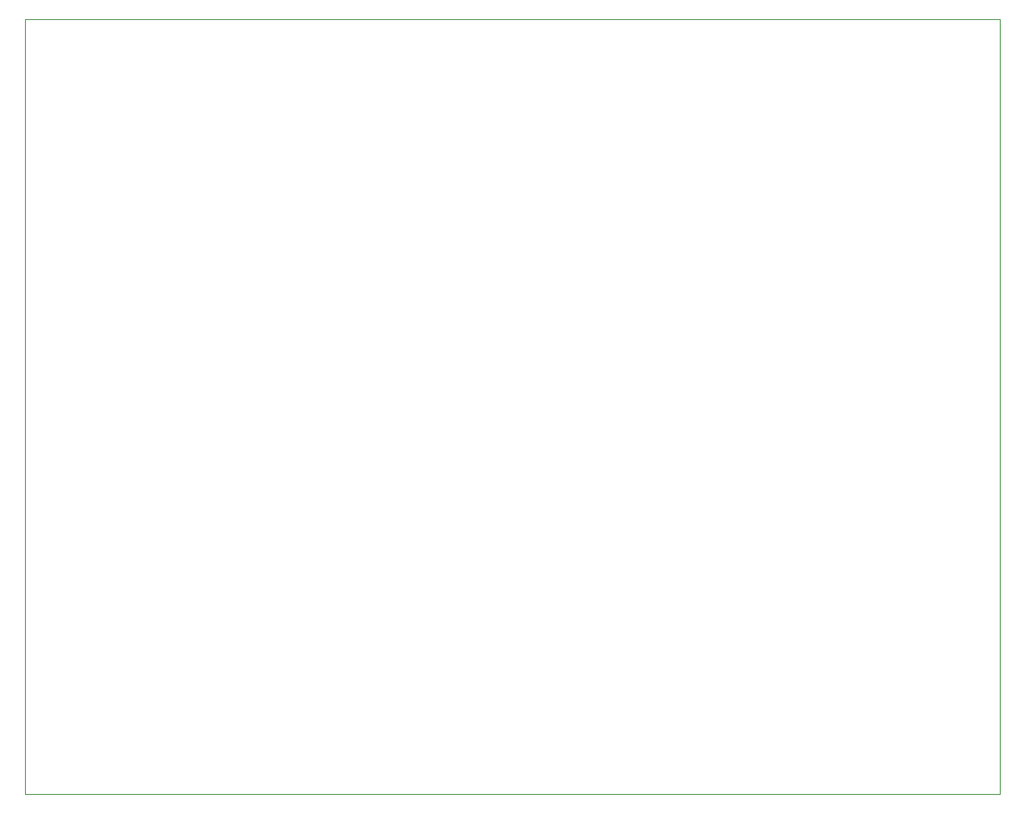
<source format=gbr>
G04 #@! TF.GenerationSoftware,KiCad,Pcbnew,(5.1.0)-1*
G04 #@! TF.CreationDate,2019-06-24T17:08:15-03:00*
G04 #@! TF.ProjectId,Main,4d61696e-2e6b-4696-9361-645f70636258,1.0*
G04 #@! TF.SameCoordinates,Original*
G04 #@! TF.FileFunction,Profile,NP*
%FSLAX46Y46*%
G04 Gerber Fmt 4.6, Leading zero omitted, Abs format (unit mm)*
G04 Created by KiCad (PCBNEW (5.1.0)-1) date 2019-06-24 17:08:15*
%MOMM*%
%LPD*%
G04 APERTURE LIST*
%ADD10C,0.050000*%
G04 APERTURE END LIST*
D10*
X23820000Y-101650000D02*
X23820000Y-22910000D01*
X122880000Y-101650000D02*
X23820000Y-101650000D01*
X122880000Y-22910000D02*
X122880000Y-101650000D01*
X23820000Y-22910000D02*
X122880000Y-22910000D01*
M02*

</source>
